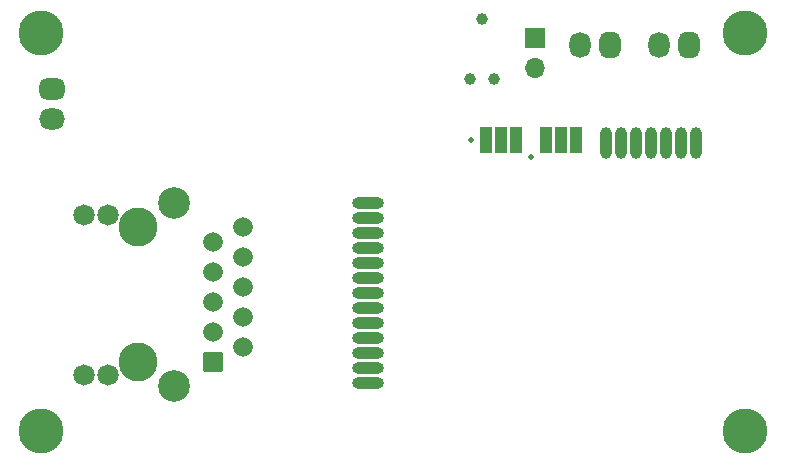
<source format=gbr>
%TF.GenerationSoftware,KiCad,Pcbnew,8.0.4*%
%TF.CreationDate,2025-04-28T15:50:51-04:00*%
%TF.ProjectId,BB-SPEM-A-1 Breakout,42422d53-5045-44d2-9d41-2d3120427265,rev?*%
%TF.SameCoordinates,Original*%
%TF.FileFunction,Soldermask,Bot*%
%TF.FilePolarity,Negative*%
%FSLAX46Y46*%
G04 Gerber Fmt 4.6, Leading zero omitted, Abs format (unit mm)*
G04 Created by KiCad (PCBNEW 8.0.4) date 2025-04-28 15:50:51*
%MOMM*%
%LPD*%
G01*
G04 APERTURE LIST*
G04 Aperture macros list*
%AMRoundRect*
0 Rectangle with rounded corners*
0 $1 Rounding radius*
0 $2 $3 $4 $5 $6 $7 $8 $9 X,Y pos of 4 corners*
0 Add a 4 corners polygon primitive as box body*
4,1,4,$2,$3,$4,$5,$6,$7,$8,$9,$2,$3,0*
0 Add four circle primitives for the rounded corners*
1,1,$1+$1,$2,$3*
1,1,$1+$1,$4,$5*
1,1,$1+$1,$6,$7*
1,1,$1+$1,$8,$9*
0 Add four rect primitives between the rounded corners*
20,1,$1+$1,$2,$3,$4,$5,0*
20,1,$1+$1,$4,$5,$6,$7,0*
20,1,$1+$1,$6,$7,$8,$9,0*
20,1,$1+$1,$8,$9,$2,$3,0*%
G04 Aperture macros list end*
%ADD10C,0.500000*%
%ADD11O,2.700000X1.000000*%
%ADD12O,1.700000X1.000000*%
%ADD13R,1.100000X2.200000*%
%ADD14O,1.000000X2.700000*%
%ADD15O,1.000000X1.700000*%
%ADD16RoundRect,0.630000X-0.470000X0.270000X-0.470000X-0.270000X0.470000X-0.270000X0.470000X0.270000X0*%
%ADD17O,2.200000X1.800000*%
%ADD18RoundRect,0.630000X0.270000X0.470000X-0.270000X0.470000X-0.270000X-0.470000X0.270000X-0.470000X0*%
%ADD19O,1.800000X2.200000*%
%ADD20C,3.800000*%
%ADD21C,3.300000*%
%ADD22RoundRect,0.102000X-0.729000X0.729000X-0.729000X-0.729000X0.729000X-0.729000X0.729000X0.729000X0*%
%ADD23C,1.662000*%
%ADD24C,1.809000*%
%ADD25C,2.679000*%
%ADD26R,1.700000X1.700000*%
%ADD27O,1.700000X1.700000*%
%ADD28C,0.990600*%
G04 APERTURE END LIST*
D10*
%TO.C,J1*%
X154200000Y-81700000D03*
X159280000Y-83200000D03*
D11*
X145450000Y-87060000D03*
D12*
X145850000Y-87060000D03*
D11*
X145450000Y-88330000D03*
D12*
X145850000Y-88330000D03*
D11*
X145450000Y-89600000D03*
D12*
X145850000Y-89600000D03*
D11*
X145450000Y-90870000D03*
D12*
X145850000Y-90870000D03*
D11*
X145450000Y-92140000D03*
D12*
X145850000Y-92140000D03*
D11*
X145450000Y-93410000D03*
D12*
X145850000Y-93410000D03*
D11*
X145450000Y-94680000D03*
D12*
X145850000Y-94680000D03*
D11*
X145450000Y-95950000D03*
D12*
X145850000Y-95950000D03*
D11*
X145450000Y-97220000D03*
D12*
X145850000Y-97220000D03*
D11*
X145450000Y-98490000D03*
D12*
X145850000Y-98490000D03*
D11*
X145450000Y-99760000D03*
D12*
X145850000Y-99760000D03*
D11*
X145450000Y-101030000D03*
D12*
X145850000Y-101030000D03*
D11*
X145450000Y-102300000D03*
D12*
X145850000Y-102300000D03*
D13*
X155470000Y-81700000D03*
X156740000Y-81700000D03*
X158010000Y-81700000D03*
X160550000Y-81700000D03*
X161820000Y-81700000D03*
X163090000Y-81700000D03*
D14*
X165630000Y-82000000D03*
D15*
X165630000Y-82400000D03*
D14*
X166900000Y-82000000D03*
D15*
X166900000Y-82400000D03*
D14*
X168170000Y-82000000D03*
D15*
X168170000Y-82400000D03*
D14*
X169440000Y-82000000D03*
D15*
X169440000Y-82400000D03*
D14*
X170710000Y-82000000D03*
D15*
X170710000Y-82400000D03*
D14*
X171980000Y-82000000D03*
D15*
X171980000Y-82400000D03*
D14*
X173250000Y-82000000D03*
D15*
X173250000Y-82400000D03*
%TD*%
D16*
%TO.C,J2*%
X118700000Y-77430000D03*
D17*
X118700000Y-79970000D03*
%TD*%
D18*
%TO.C,J3*%
X172670000Y-73700000D03*
D19*
X170130000Y-73700000D03*
%TD*%
D20*
%TO.C,H4*%
X177400000Y-72700000D03*
%TD*%
D18*
%TO.C,J4*%
X165970000Y-73700000D03*
D19*
X163430000Y-73700000D03*
%TD*%
D21*
%TO.C,J6*%
X126000000Y-89115000D03*
X126000000Y-100545000D03*
D22*
X132350000Y-100545000D03*
D23*
X134890000Y-99275000D03*
X132350000Y-98005000D03*
X134890000Y-96735000D03*
X132350000Y-95465000D03*
X134890000Y-94195000D03*
X132350000Y-92925000D03*
X134890000Y-91655000D03*
X132350000Y-90385000D03*
X134890000Y-89115000D03*
D24*
X123460000Y-88045000D03*
X121430000Y-88045000D03*
X123460000Y-101615000D03*
X121430000Y-101615000D03*
D25*
X129050000Y-102580000D03*
X129050000Y-87080000D03*
%TD*%
D26*
%TO.C,J5*%
X159600000Y-73125000D03*
D27*
X159600000Y-75665000D03*
%TD*%
D28*
%TO.C,J8*%
X155100000Y-71460000D03*
X156116000Y-76540000D03*
X154084000Y-76540000D03*
%TD*%
D20*
%TO.C,H2*%
X117800000Y-106400000D03*
%TD*%
%TO.C,H3*%
X177400000Y-106400000D03*
%TD*%
%TO.C,H1*%
X117800000Y-72700000D03*
%TD*%
M02*

</source>
